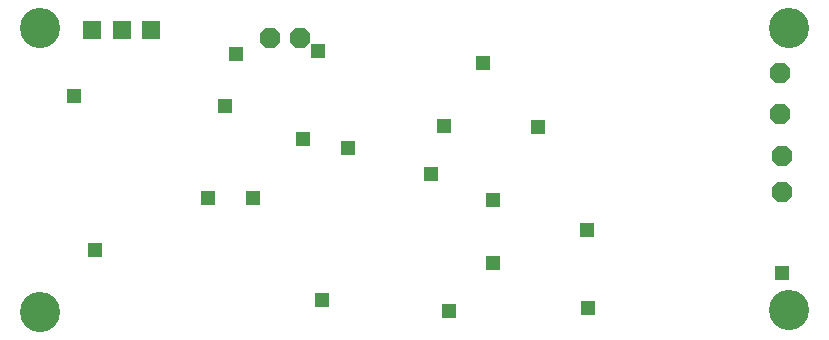
<source format=gbs>
G75*
%MOIN*%
%OFA0B0*%
%FSLAX25Y25*%
%IPPOS*%
%LPD*%
%AMOC8*
5,1,8,0,0,1.08239X$1,22.5*
%
%ADD10C,0.13398*%
%ADD11OC8,0.06737*%
%ADD12R,0.06343X0.06343*%
%ADD13R,0.05156X0.05156*%
%ADD14R,0.04959X0.04959*%
D10*
X0012220Y0022358D03*
X0012024Y0117043D03*
X0261827Y0117043D03*
X0261827Y0022949D03*
D11*
X0259465Y0062122D03*
X0259386Y0074366D03*
X0258717Y0088342D03*
X0258835Y0101925D03*
X0098717Y0113697D03*
X0088717Y0113697D03*
D12*
X0049228Y0116452D03*
X0039386Y0116452D03*
X0029543Y0116452D03*
D13*
X0023441Y0094208D03*
X0067929Y0060350D03*
X0083087Y0060153D03*
X0114583Y0077082D03*
X0099819Y0080035D03*
X0142535Y0068421D03*
X0163205Y0059563D03*
X0194504Y0049720D03*
X0163205Y0038500D03*
X0148441Y0022752D03*
X0106118Y0026295D03*
X0030528Y0042830D03*
X0104740Y0109169D03*
X0159661Y0105429D03*
X0177969Y0083972D03*
X0194898Y0023539D03*
D14*
X0259268Y0035350D03*
X0146669Y0084366D03*
X0077378Y0108382D03*
X0073835Y0091059D03*
M02*

</source>
